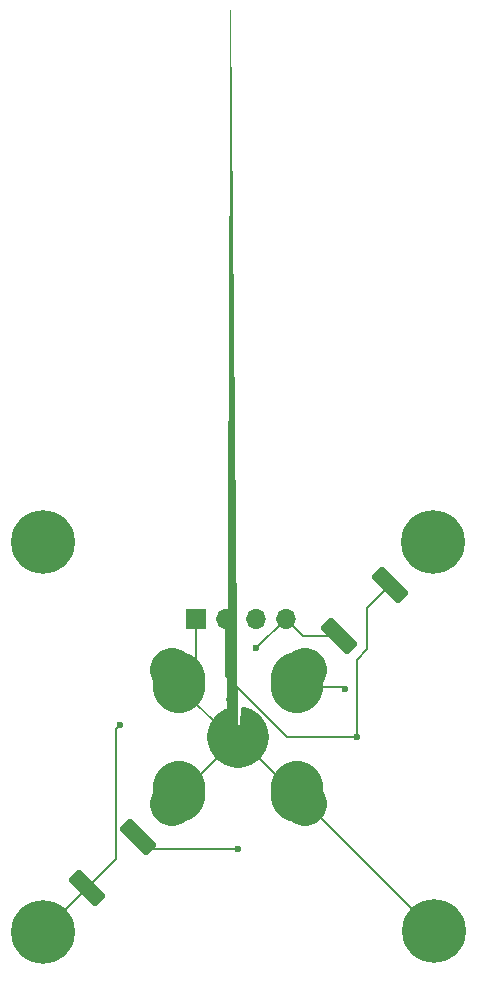
<source format=gbr>
%TF.GenerationSoftware,KiCad,Pcbnew,7.0.7*%
%TF.CreationDate,2023-09-04T20:48:42-04:00*%
%TF.ProjectId,square,73717561-7265-42e6-9b69-6361645f7063,rev?*%
%TF.SameCoordinates,Original*%
%TF.FileFunction,Copper,L2,Bot*%
%TF.FilePolarity,Positive*%
%FSLAX46Y46*%
G04 Gerber Fmt 4.6, Leading zero omitted, Abs format (unit mm)*
G04 Created by KiCad (PCBNEW 7.0.7) date 2023-09-04 20:48:42*
%MOMM*%
%LPD*%
G01*
G04 APERTURE LIST*
G04 Aperture macros list*
%AMRoundRect*
0 Rectangle with rounded corners*
0 $1 Rounding radius*
0 $2 $3 $4 $5 $6 $7 $8 $9 X,Y pos of 4 corners*
0 Add a 4 corners polygon primitive as box body*
4,1,4,$2,$3,$4,$5,$6,$7,$8,$9,$2,$3,0*
0 Add four circle primitives for the rounded corners*
1,1,$1+$1,$2,$3*
1,1,$1+$1,$4,$5*
1,1,$1+$1,$6,$7*
1,1,$1+$1,$8,$9*
0 Add four rect primitives between the rounded corners*
20,1,$1+$1,$2,$3,$4,$5,0*
20,1,$1+$1,$4,$5,$6,$7,0*
20,1,$1+$1,$6,$7,$8,$9,0*
20,1,$1+$1,$8,$9,$2,$3,0*%
%AMFreePoly0*
4,1,45,0.263282,1.831170,0.521205,1.775062,0.768518,1.682819,1.000186,1.556319,1.211492,1.398137,1.398137,1.211492,1.556319,1.000186,1.682819,0.768518,1.775062,0.521205,1.831170,0.263282,1.850000,0.000000,1.831170,-0.263282,1.775062,-0.521205,1.682819,-0.768518,1.556319,-1.000186,1.398137,-1.211492,1.211492,-1.398137,1.000186,-1.556319,0.768518,-1.682819,0.521205,-1.775062,
0.263282,-1.831170,0.000000,-1.850000,-0.263282,-1.831170,-0.521205,-1.775062,-0.768518,-1.682819,-1.000186,-1.556319,-1.211492,-1.398137,-1.398137,-1.211492,-1.556319,-1.000186,-1.682819,-0.768518,-1.775062,-0.521205,-1.831170,-0.263282,-1.850000,0.000000,-1.831170,0.263282,-1.775062,0.521205,-1.682819,0.768518,-1.556319,1.000186,-1.398137,1.211492,-1.211492,1.398137,-1.000186,1.556319,
-0.768518,1.682819,-0.521205,1.775062,-0.263282,1.831170,0.000000,1.850000,0.263282,1.831170,0.263282,1.831170,$1*%
%AMFreePoly1*
4,1,49,0.287158,2.181179,0.569402,2.125037,0.841904,2.032535,1.100000,1.905256,1.339275,1.745377,1.555635,1.555635,1.745377,1.339275,1.905256,1.100000,2.032535,0.841904,2.125037,0.569402,2.181179,0.287158,2.200000,0.000000,2.181179,-0.287158,2.125037,-0.569402,2.032535,-0.841904,1.905256,-1.100000,1.745377,-1.339275,1.555635,-1.555635,1.339275,-1.745377,1.100000,-1.905256,
0.841904,-2.032535,0.569402,-2.125037,0.287158,-2.181179,0.000000,-2.200000,-0.287158,-2.181179,-0.569402,-2.125037,-0.841904,-2.032535,-1.100000,-1.905256,-1.339275,-1.745377,-1.555635,-1.555635,-1.745377,-1.339275,-1.905256,-1.100000,-2.032535,-0.841904,-2.125037,-0.569402,-2.181179,-0.287158,-2.200000,0.000000,-2.181179,0.287158,-2.125037,0.569402,-2.032535,0.841904,-1.905256,1.100000,
-1.745377,1.339275,-1.555635,1.555635,-1.339275,1.745377,-1.100000,1.905256,-0.841904,2.032535,-0.569402,2.125037,-0.287158,2.181179,0.000000,2.200000,0.287158,2.181179,0.287158,2.181179,$1*%
%AMFreePoly2*
4,1,53,0.313395,2.581043,0.622221,2.524449,0.921973,2.431042,1.208280,2.302186,1.476968,2.139758,1.724119,1.946128,1.946128,1.724119,2.139758,1.476968,2.302186,1.208280,2.431042,0.921973,2.524449,0.622221,2.581043,0.313395,2.600000,0.000000,2.581043,-0.313395,2.524449,-0.622221,2.431042,-0.921973,2.302186,-1.208280,2.139758,-1.476968,1.946128,-1.724119,1.724119,-1.946128,
1.476968,-2.139758,1.208280,-2.302186,0.921973,-2.431042,0.622221,-2.524449,0.313395,-2.581043,0.000000,-2.600000,-0.313395,-2.581043,-0.622221,-2.524449,-0.921973,-2.431042,-1.208280,-2.302186,-1.476968,-2.139758,-1.724119,-1.946128,-1.946128,-1.724119,-2.139758,-1.476968,-2.302186,-1.208280,-2.431042,-0.921973,-2.524449,-0.622221,-2.581043,-0.313395,-2.600000,0.000000,-2.581043,0.313395,
-2.524449,0.622221,-2.431042,0.921973,-2.302186,1.208280,-2.139758,1.476968,-1.946128,1.724119,-1.724119,1.946128,-1.476968,2.139758,-1.208280,2.302186,-0.921973,2.431042,-0.622221,2.524449,-0.313395,2.581043,0.000000,2.600000,0.313395,2.581043,0.313395,2.581043,$1*%
G04 Aperture macros list end*
%TA.AperFunction,ComponentPad*%
%ADD10R,1.700000X1.700000*%
%TD*%
%TA.AperFunction,ComponentPad*%
%ADD11O,1.700000X1.700000*%
%TD*%
%TA.AperFunction,ComponentPad*%
%ADD12C,0.800000*%
%TD*%
%TA.AperFunction,ComponentPad*%
%ADD13C,5.400000*%
%TD*%
%TA.AperFunction,ComponentPad*%
%ADD14FreePoly0,0.000000*%
%TD*%
%TA.AperFunction,ComponentPad*%
%ADD15FreePoly1,0.000000*%
%TD*%
%TA.AperFunction,ComponentPad*%
%ADD16FreePoly2,0.000000*%
%TD*%
%TA.AperFunction,SMDPad,CuDef*%
%ADD17RoundRect,0.249999X0.689429X-1.325827X1.325827X-0.689429X-0.689429X1.325827X-1.325827X0.689429X0*%
%TD*%
%TA.AperFunction,ViaPad*%
%ADD18C,0.600000*%
%TD*%
%TA.AperFunction,Conductor*%
%ADD19C,0.200000*%
%TD*%
G04 APERTURE END LIST*
D10*
%TO.P,J1,1,Pin_1*%
%TO.N,GND*%
X-3620000Y10000000D03*
D11*
%TO.P,J1,2,Pin_2*%
%TO.N,VDDA*%
X-1080000Y10000000D03*
%TO.P,J1,3,Pin_3*%
%TO.N,IN+*%
X1460000Y10000000D03*
%TO.P,J1,4,Pin_4*%
%TO.N,IN-*%
X4000000Y10000000D03*
%TD*%
D12*
%TO.P,H1,1,1*%
%TO.N,GND*%
X-18550000Y16500000D03*
X-17956891Y17931891D03*
X-17956891Y15068109D03*
X-16525000Y18525000D03*
D13*
X-16525000Y16500000D03*
D12*
X-16525000Y14475000D03*
X-15093109Y17931891D03*
X-15093109Y15068109D03*
X-14500000Y16500000D03*
%TD*%
D14*
%TO.P,U1,1,GND*%
%TO.N,GND*%
X-5656854Y5656854D03*
X-5656854Y-5656854D03*
D15*
X-5000000Y5000000D03*
X-5000000Y4250000D03*
X-5000000Y-4250000D03*
X-5000000Y-5000000D03*
D16*
X0Y0D03*
D15*
X5000000Y5000000D03*
X5000000Y4250000D03*
X5000000Y-4250000D03*
X5000000Y-5000000D03*
D14*
X5656854Y5656854D03*
X5656854Y-5656854D03*
%TD*%
D12*
%TO.P,H2,1,1*%
%TO.N,GND*%
X14475000Y16475000D03*
X15068109Y17906891D03*
X15068109Y15043109D03*
X16500000Y18500000D03*
D13*
X16500000Y16475000D03*
D12*
X16500000Y14450000D03*
X17931891Y17906891D03*
X17931891Y15043109D03*
X18525000Y16475000D03*
%TD*%
%TO.P,H3,1,1*%
%TO.N,GND*%
X-18550000Y-16500000D03*
X-17956891Y-15068109D03*
X-17956891Y-17931891D03*
X-16525000Y-14475000D03*
D13*
X-16525000Y-16500000D03*
D12*
X-16525000Y-18525000D03*
X-15093109Y-15068109D03*
X-15093109Y-17931891D03*
X-14500000Y-16500000D03*
%TD*%
%TO.P,H4,1,1*%
%TO.N,GND*%
X14543109Y-16431891D03*
X15136218Y-15000000D03*
X15136218Y-17863782D03*
X16568109Y-14406891D03*
D13*
X16568109Y-16431891D03*
D12*
X16568109Y-18456891D03*
X18000000Y-15000000D03*
X18000000Y-17863782D03*
X18593109Y-16431891D03*
%TD*%
D17*
%TO.P,R2,1*%
%TO.N,GND*%
X-12813352Y-12813352D03*
%TO.P,R2,2*%
%TO.N,IN+*%
X-8500000Y-8500000D03*
%TD*%
%TO.P,R4,1*%
%TO.N,IN-*%
X8500000Y8500000D03*
%TO.P,R4,2*%
%TO.N,VDDA*%
X12813352Y12813352D03*
%TD*%
D18*
%TO.N,GND*%
X9000000Y4000000D03*
X-10000000Y1000000D03*
%TO.N,VDDA*%
X10000000Y0D03*
%TO.N,IN+*%
X0Y-9500000D03*
%TO.N,IN-*%
X1500000Y7500000D03*
%TD*%
D19*
%TO.N,GND*%
X-5000000Y4250000D02*
X-750000Y0D01*
X9000000Y4000000D02*
X8750000Y4250000D01*
X-10375826Y624174D02*
X-10375826Y-10375826D01*
X-750000Y0D02*
X0Y0D01*
X-10000000Y1000000D02*
X-10375826Y624174D01*
X-10375826Y-10375826D02*
X-12813352Y-12813352D01*
X-3620000Y6380000D02*
X-5000000Y5000000D01*
X-12813352Y-12813352D02*
X-12838352Y-12813352D01*
X5000000Y-5000000D02*
X0Y0D01*
X5000000Y-4863782D02*
X5000000Y-4250000D01*
X0Y0D02*
X-4250000Y-4250000D01*
X-3620000Y10000000D02*
X-3620000Y6380000D01*
X-4250000Y-4250000D02*
X-5000000Y-4250000D01*
X8750000Y4250000D02*
X5000000Y4250000D01*
X16568109Y-16431891D02*
X5000000Y-4863782D01*
X-12838352Y-12813352D02*
X-16525000Y-16500000D01*
%TO.N,VDDA*%
X-1080000Y10000000D02*
X-1080000Y5181220D01*
X-1080000Y5181220D02*
X4101220Y0D01*
X12813352Y12813352D02*
X10900000Y10900000D01*
X10900000Y10900000D02*
X10900000Y7400000D01*
X10900000Y7400000D02*
X10000000Y6500000D01*
X10000000Y6500000D02*
X10000000Y0D01*
X4101220Y0D02*
X10000000Y0D01*
%TO.N,IN+*%
X0Y-9500000D02*
X-7500000Y-9500000D01*
X-7500000Y-9500000D02*
X-8500000Y-8500000D01*
%TO.N,IN-*%
X8500000Y8500000D02*
X5500000Y8500000D01*
X5500000Y8500000D02*
X4000000Y10000000D01*
X1500000Y7500000D02*
X4000000Y10000000D01*
%TD*%
M02*

</source>
